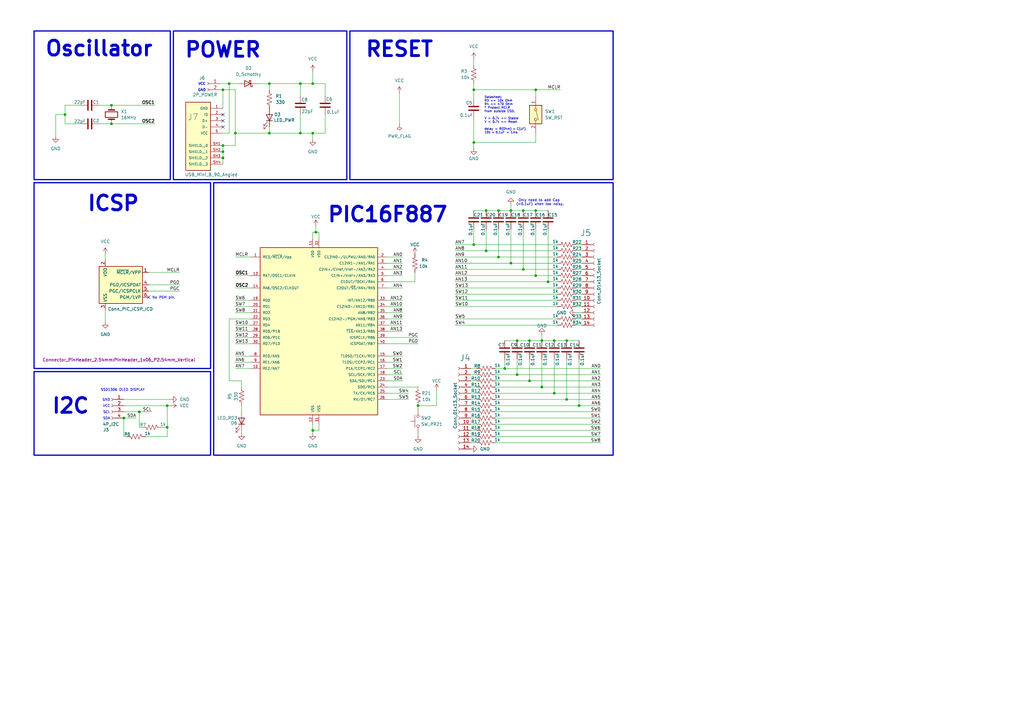
<source format=kicad_sch>
(kicad_sch (version 20250114) (generator "eeschema") (generator_version "9.0")
  (paper "A3")
  (rectangle (start 13.97 152.4) (end 86.36 186.69) (stroke (width 0.5)))
  (rectangle (start 87.63 74.93) (end 251.46 186.69) (stroke (width 0.5)))
  (rectangle (start 143.51 12.7) (end 251.46 73.66) (stroke (width 0.5)))
  (rectangle (start 13.97 74.93) (end 86.36 151.13) (stroke (width 0.5)))
  (rectangle (start 13.97 12.7) (end 69.85 73.66) (stroke (width 0.5)))
  (rectangle (start 71.12 12.7) (end 142.24 73.66) (stroke (width 0.5)))
  (text "Only need to add Cap \n(<0.1uF) when too noisy." (at 221.488 83.058 0) (effects (font (size 1 1))))
  (text "RESET" (at 163.83 20.32 0) (effects (font (size 6 6) (bold yes))))
  (text "POWER" (at 91.44 20.574 0) (effects (font (size 6 6) (bold yes))))
  (text "ICSP" (at 46.482 83.566 0) (effects (font (size 6 6) (bold yes))))
  (text "VCC" (at 82.804 34.544 0) (effects (font (size 1.016 1.016) (thickness 0.2032) (bold yes))))
  (text "SDA" (at 45.212 171.704 0) (effects (font (size 1 1)) (justify right)))
  (text "GND" (at 45.212 164.084 0) (effects (font (size 1 1)) (justify right)))
  (text "I2C" (at 28.956 166.624 0) (effects (font (size 6 6) (bold yes))))
  (text "Datasheet:\nR3 <= 10k Ohm\nR4 <= 470 Ohm\n* Protect MCLR\nfrom outside ESD.\n\nV > 0.7v => Stable\nV < 0.7v => Reset\n\ndelay = R(Ohm) x C(uF)\n10k x 0.1uF = 1ms" (at 198.628 47.244 0) (effects (font (size 0.9 0.9)) (justify left)))
  (text "SCL" (at 45.212 169.164 0) (effects (font (size 1 1)) (justify right)))
  (text "SSD1306 OLED DISPLAY" (at 59.436 160.02 0) (effects (font (size 1 1)) (justify right)))
  (text "VCC" (at 45.212 166.624 0) (effects (font (size 1 1)) (justify right)))
  (text "Oscillator" (at 40.64 20.066 0) (effects (font (size 6 6) (bold yes))))
  (text " No PGM pin." (at 66.802 122.174 0) (effects (font (size 1 1))))
  (text "GND" (at 82.804 37.084 0) (effects (font (size 1.016 1.016) (thickness 0.2032) (bold yes))))
  (text "PIC16F887" (at 159.004 88.138 0) (effects (font (size 6 6) (bold yes))))
  (junction (at 194.31 36.83))
  (junction (at 57.15 168.91))
  (junction (at 96.52 54.61))
  (junction (at 123.19 34.29))
  (junction (at 26.67 46.99))
  (junction (at 232.41 163.83))
  (junction (at 217.17 139.7))
  (junction (at 110.49 34.29))
  (junction (at 91.44 64.77))
  (junction (at 93.98 34.29))
  (junction (at 222.25 139.7))
  (junction (at 212.09 153.67))
  (junction (at 128.27 176.53))
  (junction (at 222.25 158.75))
  (junction (at 227.33 161.29))
  (junction (at 219.71 86.36))
  (junction (at 68.58 166.37))
  (junction (at 50.8 171.45))
  (junction (at 214.63 86.36))
  (junction (at 45.72 43.18))
  (junction (at 227.33 139.7))
  (junction (at 45.72 50.8))
  (junction (at 217.17 156.21))
  (junction (at 214.63 110.49))
  (junction (at 129.54 95.25))
  (junction (at 123.19 54.61))
  (junction (at 199.39 86.36))
  (junction (at 194.31 58.42))
  (junction (at 204.47 105.41))
  (junction (at 209.55 86.36))
  (junction (at 207.01 151.13))
  (junction (at 212.09 139.7))
  (junction (at 199.39 102.87))
  (junction (at 110.49 54.61))
  (junction (at 204.47 86.36))
  (junction (at 237.49 166.37))
  (junction (at 171.45 166.37))
  (junction (at 128.27 34.29))
  (junction (at 91.44 59.69))
  (junction (at 209.55 107.95))
  (junction (at 91.44 62.23))
  (junction (at 194.31 100.33))
  (junction (at 91.44 36.83))
  (junction (at 219.71 36.83))
  (junction (at 128.27 54.61))
  (junction (at 232.41 139.7))
  (junction (at 219.71 113.03))
  (junction (at 68.58 175.26))
  (junction (at 224.79 115.57))
  (no_connect (at 91.44 46.99))
  (no_connect (at 91.44 52.07))
  (no_connect (at 60.96 121.92))
  (no_connect (at 91.44 49.53))
  (wire (pts (xy 26.67 43.18) (xy 33.02 43.18)))
  (wire (pts (xy 186.69 118.11) (xy 228.6 118.11)))
  (wire (pts (xy 236.22 115.57) (xy 238.76 115.57)))
  (wire (pts (xy 96.52 118.11) (xy 102.87 118.11)))
  (wire (pts (xy 194.31 58.42) (xy 219.71 58.42)))
  (wire (pts (xy 194.31 36.83) (xy 219.71 36.83)))
  (wire (pts (xy 165.1 156.21) (xy 158.75 156.21)))
  (wire (pts (xy 158.75 158.75) (xy 171.45 158.75)))
  (wire (pts (xy 219.71 93.98) (xy 219.71 113.03)))
  (wire (pts (xy 194.31 60.96) (xy 194.31 58.42)))
  (wire (pts (xy 212.09 139.7) (xy 217.17 139.7)))
  (wire (pts (xy 165.1 105.41) (xy 158.75 105.41)))
  (wire (pts (xy 193.04 151.13) (xy 195.58 151.13)))
  (wire (pts (xy 193.04 181.61) (xy 195.58 181.61)))
  (wire (pts (xy 236.22 130.81) (xy 238.76 130.81)))
  (wire (pts (xy 68.58 175.26) (xy 68.58 166.37)))
  (wire (pts (xy 129.54 92.71) (xy 129.54 95.25)))
  (wire (pts (xy 227.33 139.7) (xy 232.41 139.7)))
  (wire (pts (xy 236.22 133.35) (xy 238.76 133.35)))
  (wire (pts (xy 128.27 54.61) (xy 133.35 54.61)))
  (wire (pts (xy 59.69 179.07) (xy 68.58 179.07)))
  (wire (pts (xy 130.81 176.53) (xy 130.81 173.99)))
  (wire (pts (xy 110.49 54.61) (xy 123.19 54.61)))
  (wire (pts (xy 91.44 36.83) (xy 91.44 44.45)))
  (wire (pts (xy 193.04 173.99) (xy 195.58 173.99)))
  (wire (pts (xy 90.17 34.29) (xy 93.98 34.29)))
  (wire (pts (xy 96.52 59.69) (xy 96.52 54.61)))
  (wire (pts (xy 219.71 39.37) (xy 219.71 36.83)))
  (wire (pts (xy 60.96 116.84) (xy 73.66 116.84)))
  (wire (pts (xy 186.69 133.35) (xy 228.6 133.35)))
  (wire (pts (xy 93.98 130.81) (xy 93.98 156.21)))
  (wire (pts (xy 193.04 171.45) (xy 195.58 171.45)))
  (wire (pts (xy 105.41 34.29) (xy 110.49 34.29)))
  (wire (pts (xy 26.67 43.18) (xy 26.67 46.99)))
  (wire (pts (xy 165.1 110.49) (xy 158.75 110.49)))
  (wire (pts (xy 165.1 123.19) (xy 158.75 123.19)))
  (wire (pts (xy 207.01 151.13) (xy 246.38 151.13)))
  (wire (pts (xy 165.1 153.67) (xy 158.75 153.67)))
  (wire (pts (xy 96.52 125.73) (xy 102.87 125.73)))
  (wire (pts (xy 22.86 46.99) (xy 26.67 46.99)))
  (wire (pts (xy 222.25 137.16) (xy 222.25 139.7)))
  (wire (pts (xy 128.27 34.29) (xy 133.35 34.29)))
  (wire (pts (xy 165.1 125.73) (xy 158.75 125.73)))
  (wire (pts (xy 128.27 57.15) (xy 128.27 54.61)))
  (wire (pts (xy 99.06 156.21) (xy 99.06 158.75)))
  (wire (pts (xy 50.8 179.07) (xy 50.8 171.45)))
  (wire (pts (xy 227.33 147.32) (xy 227.33 161.29)))
  (wire (pts (xy 130.81 97.79) (xy 130.81 95.25)))
  (wire (pts (xy 60.96 111.76) (xy 73.66 111.76)))
  (wire (pts (xy 123.19 54.61) (xy 128.27 54.61)))
  (wire (pts (xy 237.49 147.32) (xy 237.49 166.37)))
  (wire (pts (xy 158.75 138.43) (xy 171.45 138.43)))
  (wire (pts (xy 96.52 148.59) (xy 102.87 148.59)))
  (wire (pts (xy 165.1 133.35) (xy 158.75 133.35)))
  (wire (pts (xy 128.27 95.25) (xy 129.54 95.25)))
  (wire (pts (xy 199.39 93.98) (xy 199.39 102.87)))
  (wire (pts (xy 170.18 115.57) (xy 170.18 111.76)))
  (wire (pts (xy 45.72 43.18) (xy 63.5 43.18)))
  (wire (pts (xy 40.64 50.8) (xy 45.72 50.8)))
  (wire (pts (xy 212.09 147.32) (xy 212.09 153.67)))
  (wire (pts (xy 99.06 176.53) (xy 99.06 177.8)))
  (wire (pts (xy 224.79 93.98) (xy 224.79 115.57)))
  (wire (pts (xy 236.22 100.33) (xy 238.76 100.33)))
  (wire (pts (xy 232.41 139.7) (xy 237.49 139.7)))
  (wire (pts (xy 69.85 163.83) (xy 50.8 163.83)))
  (wire (pts (xy 186.69 130.81) (xy 228.6 130.81)))
  (wire (pts (xy 227.33 161.29) (xy 246.38 161.29)))
  (wire (pts (xy 186.69 125.73) (xy 228.6 125.73)))
  (wire (pts (xy 57.15 168.91) (xy 62.23 168.91)))
  (wire (pts (xy 186.69 105.41) (xy 204.47 105.41)))
  (wire (pts (xy 222.25 158.75) (xy 246.38 158.75)))
  (wire (pts (xy 123.19 46.99) (xy 123.19 54.61)))
  (wire (pts (xy 50.8 171.45) (xy 55.88 171.45)))
  (wire (pts (xy 133.35 46.99) (xy 133.35 54.61)))
  (wire (pts (xy 203.2 179.07) (xy 246.38 179.07)))
  (wire (pts (xy 158.75 115.57) (xy 170.18 115.57)))
  (wire (pts (xy 43.18 127) (xy 43.18 132.08)))
  (wire (pts (xy 158.75 140.97) (xy 171.45 140.97)))
  (wire (pts (xy 165.1 130.81) (xy 158.75 130.81)))
  (wire (pts (xy 96.52 151.13) (xy 102.87 151.13)))
  (wire (pts (xy 193.04 158.75) (xy 195.58 158.75)))
  (wire (pts (xy 217.17 156.21) (xy 246.38 156.21)))
  (wire (pts (xy 171.45 166.37) (xy 171.45 167.64)))
  (wire (pts (xy 217.17 147.32) (xy 217.17 156.21)))
  (wire (pts (xy 128.27 29.21) (xy 128.27 34.29)))
  (wire (pts (xy 96.52 36.83) (xy 96.52 54.61)))
  (wire (pts (xy 96.52 54.61) (xy 110.49 54.61)))
  (wire (pts (xy 129.54 95.25) (xy 130.81 95.25)))
  (wire (pts (xy 236.22 105.41) (xy 238.76 105.41)))
  (wire (pts (xy 193.04 163.83) (xy 195.58 163.83)))
  (wire (pts (xy 91.44 36.83) (xy 90.17 36.83)))
  (wire (pts (xy 217.17 139.7) (xy 222.25 139.7)))
  (wire (pts (xy 96.52 36.83) (xy 91.44 36.83)))
  (wire (pts (xy 69.85 166.37) (xy 68.58 166.37)))
  (wire (pts (xy 128.27 176.53) (xy 128.27 177.8)))
  (wire (pts (xy 204.47 93.98) (xy 204.47 105.41)))
  (wire (pts (xy 165.1 146.05) (xy 158.75 146.05)))
  (wire (pts (xy 193.04 166.37) (xy 195.58 166.37)))
  (wire (pts (xy 203.2 158.75) (xy 222.25 158.75)))
  (wire (pts (xy 219.71 86.36) (xy 214.63 86.36)))
  (wire (pts (xy 194.31 93.98) (xy 194.31 100.33)))
  (wire (pts (xy 193.04 161.29) (xy 195.58 161.29)))
  (wire (pts (xy 165.1 118.11) (xy 158.75 118.11)))
  (wire (pts (xy 214.63 110.49) (xy 228.6 110.49)))
  (wire (pts (xy 93.98 54.61) (xy 93.98 34.29)))
  (wire (pts (xy 199.39 102.87) (xy 228.6 102.87)))
  (wire (pts (xy 209.55 83.82) (xy 209.55 86.36)))
  (wire (pts (xy 203.2 153.67) (xy 212.09 153.67)))
  (wire (pts (xy 236.22 102.87) (xy 238.76 102.87)))
  (wire (pts (xy 93.98 156.21) (xy 99.06 156.21)))
  (wire (pts (xy 219.71 54.61) (xy 219.71 58.42)))
  (wire (pts (xy 40.64 43.18) (xy 45.72 43.18)))
  (wire (pts (xy 128.27 173.99) (xy 128.27 176.53)))
  (wire (pts (xy 96.52 105.41) (xy 102.87 105.41)))
  (wire (pts (xy 60.96 119.38) (xy 73.66 119.38)))
  (wire (pts (xy 167.64 161.29) (xy 158.75 161.29)))
  (wire (pts (xy 186.69 102.87) (xy 199.39 102.87)))
  (wire (pts (xy 207.01 139.7) (xy 212.09 139.7)))
  (wire (pts (xy 193.04 153.67) (xy 195.58 153.67)))
  (wire (pts (xy 26.67 46.99) (xy 26.67 50.8)))
  (wire (pts (xy 203.2 171.45) (xy 246.38 171.45)))
  (wire (pts (xy 110.49 36.83) (xy 110.49 34.29)))
  (wire (pts (xy 214.63 86.36) (xy 209.55 86.36)))
  (wire (pts (xy 66.04 175.26) (xy 68.58 175.26)))
  (wire (pts (xy 222.25 139.7) (xy 227.33 139.7)))
  (wire (pts (xy 91.44 62.23) (xy 91.44 64.77)))
  (wire (pts (xy 45.72 50.8) (xy 63.5 50.8)))
  (wire (pts (xy 22.86 46.99) (xy 22.86 55.88)))
  (wire (pts (xy 237.49 166.37) (xy 246.38 166.37)))
  (wire (pts (xy 236.22 107.95) (xy 238.76 107.95)))
  (wire (pts (xy 96.52 123.19) (xy 102.87 123.19)))
  (wire (pts (xy 232.41 147.32) (xy 232.41 163.83)))
  (wire (pts (xy 203.2 151.13) (xy 207.01 151.13)))
  (wire (pts (xy 96.52 133.35) (xy 102.87 133.35)))
  (wire (pts (xy 193.04 168.91) (xy 195.58 168.91)))
  (wire (pts (xy 186.69 123.19) (xy 228.6 123.19)))
  (wire (pts (xy 96.52 135.89) (xy 102.87 135.89)))
  (wire (pts (xy 186.69 120.65) (xy 228.6 120.65)))
  (wire (pts (xy 224.79 86.36) (xy 219.71 86.36)))
  (wire (pts (xy 96.52 138.43) (xy 102.87 138.43)))
  (wire (pts (xy 91.44 64.77) (xy 91.44 67.31)))
  (wire (pts (xy 171.45 177.8) (xy 171.45 179.07)))
  (wire (pts (xy 167.64 163.83) (xy 158.75 163.83)))
  (wire (pts (xy 222.25 147.32) (xy 222.25 158.75)))
  (wire (pts (xy 123.19 34.29) (xy 123.19 39.37)))
  (wire (pts (xy 128.27 176.53) (xy 130.81 176.53)))
  (wire (pts (xy 57.15 168.91) (xy 57.15 175.26)))
  (wire (pts (xy 186.69 107.95) (xy 209.55 107.95)))
  (wire (pts (xy 194.31 36.83) (xy 194.31 40.64)))
  (wire (pts (xy 186.69 100.33) (xy 194.31 100.33)))
  (wire (pts (xy 209.55 93.98) (xy 209.55 107.95)))
  (wire (pts (xy 96.52 113.03) (xy 102.87 113.03)))
  (wire (pts (xy 199.39 86.36) (xy 194.31 86.36)))
  (wire (pts (xy 110.49 52.07) (xy 110.49 54.61)))
  (wire (pts (xy 203.2 176.53) (xy 246.38 176.53)))
  (wire (pts (xy 91.44 59.69) (xy 96.52 59.69)))
  (wire (pts (xy 236.22 128.27) (xy 238.76 128.27)))
  (wire (pts (xy 236.22 110.49) (xy 238.76 110.49)))
  (wire (pts (xy 50.8 168.91) (xy 57.15 168.91)))
  (wire (pts (xy 204.47 105.41) (xy 228.6 105.41)))
  (wire (pts (xy 224.79 115.57) (xy 228.6 115.57)))
  (wire (pts (xy 165.1 135.89) (xy 158.75 135.89)))
  (wire (pts (xy 43.18 104.14) (xy 43.18 106.68)))
  (wire (pts (xy 236.22 118.11) (xy 238.76 118.11)))
  (wire (pts (xy 165.1 128.27) (xy 158.75 128.27)))
  (wire (pts (xy 99.06 166.37) (xy 99.06 168.91)))
  (wire (pts (xy 26.67 50.8) (xy 33.02 50.8)))
  (wire (pts (xy 204.47 86.36) (xy 199.39 86.36)))
  (wire (pts (xy 203.2 166.37) (xy 237.49 166.37)))
  (wire (pts (xy 128.27 95.25) (xy 128.27 97.79)))
  (wire (pts (xy 194.31 100.33) (xy 228.6 100.33)))
  (wire (pts (xy 110.49 34.29) (xy 123.19 34.29)))
  (wire (pts (xy 96.52 128.27) (xy 102.87 128.27)))
  (wire (pts (xy 93.98 130.81) (xy 102.87 130.81)))
  (wire (pts (xy 203.2 173.99) (xy 246.38 173.99)))
  (wire (pts (xy 179.07 166.37) (xy 171.45 166.37)))
  (wire (pts (xy 214.63 93.98) (xy 214.63 110.49)))
  (wire (pts (xy 212.09 153.67) (xy 246.38 153.67)))
  (wire (pts (xy 232.41 163.83) (xy 246.38 163.83)))
  (wire (pts (xy 165.1 148.59) (xy 158.75 148.59)))
  (wire (pts (xy 96.52 146.05) (xy 102.87 146.05)))
  (wire (pts (xy 50.8 166.37) (xy 68.58 166.37)))
  (wire (pts (xy 91.44 59.69) (xy 91.44 62.23)))
  (wire (pts (xy 203.2 163.83) (xy 232.41 163.83)))
  (wire (pts (xy 193.04 179.07) (xy 195.58 179.07)))
  (wire (pts (xy 236.22 120.65) (xy 238.76 120.65)))
  (wire (pts (xy 236.22 123.19) (xy 238.76 123.19)))
  (wire (pts (xy 219.71 113.03) (xy 228.6 113.03)))
  (wire (pts (xy 123.19 34.29) (xy 128.27 34.29)))
  (wire (pts (xy 194.31 58.42) (xy 194.31 48.26)))
  (wire (pts (xy 209.55 86.36) (xy 204.47 86.36)))
  (wire (pts (xy 96.52 140.97) (xy 102.87 140.97)))
  (wire (pts (xy 203.2 156.21) (xy 217.17 156.21)))
  (wire (pts (xy 186.69 115.57) (xy 224.79 115.57)))
  (wire (pts (xy 179.07 160.02) (xy 179.07 166.37)))
  (wire (pts (xy 236.22 113.03) (xy 238.76 113.03)))
  (wire (pts (xy 165.1 113.03) (xy 158.75 113.03)))
  (wire (pts (xy 186.69 110.49) (xy 214.63 110.49)))
  (wire (pts (xy 203.2 161.29) (xy 227.33 161.29)))
  (wire (pts (xy 219.71 36.83) (xy 229.87 36.83)))
  (wire (pts (xy 203.2 181.61) (xy 246.38 181.61)))
  (wire (pts (xy 57.15 175.26) (xy 58.42 175.26)))
  (wire (pts (xy 209.55 107.95) (xy 228.6 107.95)))
  (wire (pts (xy 91.44 54.61) (xy 93.98 54.61)))
  (wire (pts (xy 165.1 107.95) (xy 158.75 107.95)))
  (wire (pts (xy 186.69 113.03) (xy 219.71 113.03)))
  (wire (pts (xy 236.22 125.73) (xy 238.76 125.73)))
  (wire (pts (xy 165.1 151.13) (xy 158.75 151.13)))
  (wire (pts (xy 203.2 168.91) (xy 246.38 168.91)))
  (wire (pts (xy 193.04 176.53) (xy 195.58 176.53)))
  (wire (pts (xy 93.98 34.29) (xy 97.79 34.29)))
  (wire (pts (xy 163.83 38.1) (xy 163.83 50.8)))
  (wire (pts (xy 194.31 34.29) (xy 194.31 36.83)))
  (wire (pts (xy 207.01 147.32) (xy 207.01 151.13)))
  (wire (pts (xy 194.31 24.13) (xy 194.31 26.67)))
  (wire (pts (xy 52.07 179.07) (xy 50.8 179.07)))
  (wire (pts (xy 133.35 34.29) (xy 133.35 39.37)))
  (wire (pts (xy 68.58 179.07) (xy 68.58 175.26)))
  (wire (pts (xy 193.04 156.21) (xy 195.58 156.21)))
  (label "AN13" (at 165.1 135.89 180))
  (label "AN10" (at 186.69 107.95 0))
  (label "MCLR" (at 73.66 111.76 180))
  (label "SW10" (at 186.69 125.73 0))
  (label "PGC" (at 73.66 119.38 180))
  (label "SW5" (at 186.69 130.81 0))
  (label "OSC2" (at 96.52 118.11 0) (effects (font (bold yes))))
  (label "AN2" (at 246.38 156.21 180))
  (label "SDA" (at 55.88 171.45 180))
  (label "OSC2" (at 63.5 50.8 180) (effects (font (bold yes))))
  (label "AN4" (at 165.1 118.11 180))
  (label "AN1" (at 165.1 107.95 180))
  (label "SDA" (at 165.1 156.21 180))
  (label "AN0" (at 246.38 151.13 180))
  (label "SW12" (at 96.52 138.43 0))
  (label "AN6" (at 246.38 166.37 180))
  (label "SW2" (at 165.1 151.13 180))
  (label "SW6" (at 246.38 176.53 180))
  (label "MCLR" (at 96.52 105.41 0))
  (label "SW10" (at 96.52 133.35 0))
  (label "AN2" (at 165.1 110.49 180))
  (label "AN3" (at 165.1 113.03 180))
  (label "AN1" (at 246.38 153.67 180))
  (label "AN11" (at 165.1 133.35 180))
  (label "SW8" (at 246.38 181.61 180))
  (label "AN0" (at 165.1 105.41 180))
  (label "AN6" (at 96.52 148.59 0))
  (label "AN12" (at 165.1 123.19 180))
  (label "SCL" (at 62.23 168.91 180))
  (label "SW4" (at 167.64 161.29 180))
  (label "AN4" (at 246.38 161.29 180))
  (label "AN5" (at 96.52 146.05 0))
  (label "SW13" (at 186.69 118.11 0))
  (label "SCL" (at 165.1 153.67 180))
  (label "OSC1" (at 63.5 43.18 180) (effects (font (bold yes))))
  (label "SW7" (at 96.52 125.73 0))
  (label "SW1" (at 246.38 171.45 180))
  (label "SW12" (at 186.69 120.65 0))
  (label "PGD" (at 73.66 116.84 180))
  (label "AN9" (at 186.69 105.41 0))
  (label "SW11" (at 186.69 123.19 0))
  (label "SW6" (at 96.52 123.19 0))
  (label "AN7" (at 96.52 151.13 0))
  (label "AN7" (at 186.69 100.33 0))
  (label "PGC" (at 171.45 138.43 180))
  (label "SW13" (at 96.52 140.97 0))
  (label "OSC1" (at 96.52 113.03 0) (effects (font (bold yes))))
  (label "SW0" (at 246.38 168.91 180))
  (label "SW1" (at 165.1 148.59 180))
  (label "MCLR" (at 229.87 36.83 180))
  (label "SW4" (at 186.69 133.35 0))
  (label "AN10" (at 165.1 125.73 180))
  (label "SW2" (at 246.38 173.99 180))
  (label "AN8" (at 186.69 102.87 0))
  (label "AN13" (at 186.69 115.57 0))
  (label "AN8" (at 165.1 128.27 180))
  (label "PGD" (at 171.45 140.97 180))
  (label "SW11" (at 96.52 135.89 0))
  (label "SW8" (at 96.52 128.27 0))
  (label "SW5" (at 167.64 163.83 180))
  (label "AN12" (at 186.69 113.03 0))
  (label "AN11" (at 186.69 110.49 0))
  (label "SW7" (at 246.38 179.07 180))
  (label "AN9" (at 165.1 130.81 180))
  (label "AN5" (at 246.38 163.83 180))
  (label "SW0" (at 165.1 146.05 180))
  (label "AN3" (at 246.38 158.75 180))
  (symbol (lib_id "Device:LED") (at 110.49 48.26 270) (mirror x) (unit 1)
    (property "Reference" "D3" (at 113.792 46.99 90))
    (property "Value" "LED_PWR" (at 116.586 49.276 90))
    (property "Footprint" "LED_THT:LED_D3.0mm_FlatTop" (effects (hide yes)))
    (property "Description" "Light emitting diode" (effects (hide yes)))
    (property "Sim.Pins" "1=K 2=A" (effects (hide yes)))
  )
  (symbol (lib_id "power:VCC") (at 69.85 166.37 270) (unit 1)
    (property "Reference" "#PWR016" (effects (hide yes)))
    (property "Value" "VCC" (at 73.66 166.3699 90) (effects (justify left)))
    (property "Description" "Power symbol creates a global label with name \"VCC\"" (effects (hide yes)))
  )
  (symbol (lib_id "Device:C") (at 133.35 43.18 180) (unit 1)
    (property "Reference" "C6" (at 136.398 40.64 0) (effects (justify left)))
    (property "Value" "0.1uF" (at 139.446 45.974 0) (effects (justify left)))
    (property "Footprint" "Capacitor_THT:C_Disc_D3.0mm_W1.6mm_P2.50mm" (effects (hide yes)))
    (property "Description" "Unpolarized capacitor" (effects (hide yes)))
  )
  (symbol (lib_id "power:GND") (at 69.85 163.83 90) (unit 1)
    (property "Reference" "#PWR011" (effects (hide yes)))
    (property "Value" "GND" (at 73.66 163.8299 90) (effects (justify right)))
    (property "Description" "Power symbol creates a global label with name \"GND\" , ground" (effects (hide yes)))
  )
  (symbol (lib_id "Device:R_US") (at 199.39 156.21 90) (mirror x) (unit 1)
    (property "Reference" "R10" (at 197.104 155.194 90) (effects (justify left)))
    (property "Value" "1k" (at 205.232 154.94 90) (effects (justify left)))
    (property "Footprint" "Resistor_THT:R_Axial_DIN0204_L3.6mm_D1.6mm_P5.08mm_Horizontal" (effects (hide yes)))
    (property "Description" "Resistor, US symbol" (effects (hide yes)))
  )
  (symbol (lib_id "Device:R_US") (at 199.39 179.07 90) (mirror x) (unit 1)
    (property "Reference" "R19" (at 197.104 178.054 90) (effects (justify left)))
    (property "Value" "1k" (at 205.232 177.8 90) (effects (justify left)))
    (property "Footprint" "Resistor_THT:R_Axial_DIN0204_L3.6mm_D1.6mm_P5.08mm_Horizontal" (effects (hide yes)))
    (property "Description" "Resistor, US symbol" (effects (hide yes)))
  )
  (symbol (lib_id "Device:R_US") (at 194.31 30.48 0) (unit 1)
    (property "Reference" "R3" (at 188.976 29.21 0) (effects (justify left)))
    (property "Value" "10k" (at 188.976 31.75 0) (effects (justify left)))
    (property "Footprint" "Resistor_THT:R_Axial_DIN0204_L3.6mm_D1.6mm_P5.08mm_Horizontal" (effects (hide yes)))
    (property "Description" "Resistor, US symbol" (effects (hide yes)))
  )
  (symbol (lib_id "Device:R_US") (at 232.41 115.57 270) (unit 1)
    (property "Reference" "R28" (at 234.696 114.554 90) (effects (justify left)))
    (property "Value" "1k" (at 226.568 114.3 90) (effects (justify left)))
    (property "Footprint" "Resistor_THT:R_Axial_DIN0204_L3.6mm_D1.6mm_P5.08mm_Horizontal" (effects (hide yes)))
    (property "Description" "Resistor, US symbol" (effects (hide yes)))
  )
  (symbol (lib_id "Device:R_US") (at 232.41 130.81 270) (unit 1)
    (property "Reference" "R33" (at 234.696 129.794 90) (effects (justify left)))
    (property "Value" "1k" (at 226.568 129.54 90) (effects (justify left)))
    (property "Footprint" "Resistor_THT:R_Axial_DIN0204_L3.6mm_D1.6mm_P5.08mm_Horizontal" (effects (hide yes)))
    (property "Description" "Resistor, US symbol" (effects (hide yes)))
  )
  (symbol (lib_id "Device:C") (at 207.01 143.51 180) (unit 1)
    (property "Reference" "C7" (at 207.01 141.478 0) (effects (justify left)))
    (property "Value" "0.1uF" (at 208.28 144.526 90) (effects (justify left)))
    (property "Footprint" "Capacitor_THT:C_Disc_D3.0mm_W1.6mm_P2.50mm" (effects (hide yes)))
    (property "Description" "Unpolarized capacitor" (effects (hide yes)))
  )
  (symbol (lib_id "Connector:Conn_01x04_Socket") (at 45.72 166.37 0) (mirror y) (unit 1)
    (property "Reference" "J3" (at 44.704 176.276 0) (effects (justify left)))
    (property "Value" "4P_I2C" (at 45.466 173.99 0))
    (property "Footprint" "Connector_PinSocket_2.54mm:PinSocket_1x04_P2.54mm_Vertical" (effects (hide yes)))
    (property "Description" "Generic connector, single row, 01x04, script generated" (effects (hide yes)))
  )
  (symbol (lib_id "Switch:SW_DIP_x01") (at 219.71 46.99 270) (unit 1)
    (property "Reference" "SW1" (at 223.52 45.7199 90) (effects (justify left)))
    (property "Value" "SW_RST" (at 223.52 48.2599 90) (effects (justify left)))
    (property "Footprint" "Button_Switch_THT:SW_PUSH_6mm" (effects (hide yes)))
    (property "Description" "1x DIP Switch, Single Pole Single Throw (SPST) switch, small symbol" (effects (hide yes)))
  )
  (symbol (lib_id "Device:C") (at 204.47 90.17 0) (mirror x) (unit 1)
    (property "Reference" "C19" (at 204.47 88.138 0) (effects (justify left)))
    (property "Value" "0.1uF" (at 203.2 91.186 90) (effects (justify left)))
    (property "Footprint" "Capacitor_THT:C_Disc_D3.0mm_W1.6mm_P2.50mm" (effects (hide yes)))
    (property "Description" "Unpolarized capacitor" (effects (hide yes)))
  )
  (symbol (lib_id "Device:Crystal") (at 45.72 46.99 90) (unit 1)
    (property "Reference" "X1" (at 49.53 45.7199 90) (effects (justify right)))
    (property "Value" "16MHz" (at 49.53 48.2599 90) (effects (justify right)))
    (property "Footprint" "Crystal:Crystal_HC49-4H_Vertical" (effects (hide yes)))
    (property "Description" "Two pin crystal" (effects (hide yes)))
  )
  (symbol (lib_id "Device:R_US") (at 199.39 153.67 90) (mirror x) (unit 1)
    (property "Reference" "R9" (at 197.104 152.654 90) (effects (justify left)))
    (property "Value" "1k" (at 205.232 152.4 90) (effects (justify left)))
    (property "Footprint" "Resistor_THT:R_Axial_DIN0204_L3.6mm_D1.6mm_P5.08mm_Horizontal" (effects (hide yes)))
    (property "Description" "Resistor, US symbol" (effects (hide yes)))
  )
  (symbol (lib_id "power:GND") (at 236.22 128.27 270) (unit 1)
    (property "Reference" "#PWR023" (effects (hide yes)))
    (property "Value" "GND" (at 232.41 128.2699 90) (effects (justify right)))
    (property "Description" "Power symbol creates a global label with name \"GND\" , ground" (effects (hide yes)))
  )
  (symbol (lib_id "Connector:Conn_01x14_Socket") (at 187.96 166.37 0) (mirror y) (unit 1)
    (property "Reference" "J4" (at 190.754 146.812 0) (effects (font (size 2.54 2.54))))
    (property "Value" "Conn_01x13_Socket" (at 186.69 166.37 90))
    (property "Footprint" "Connector_PinSocket_2.54mm:PinSocket_1x14_P2.54mm_Vertical" (effects (hide yes)))
    (property "Description" "Generic connector, single row, 01x14, script generated" (effects (hide yes)))
  )
  (symbol (lib_id "Device:R_US") (at 199.39 173.99 90) (mirror x) (unit 1)
    (property "Reference" "R17" (at 197.104 172.974 90) (effects (justify left)))
    (property "Value" "1k" (at 205.232 172.72 90) (effects (justify left)))
    (property "Footprint" "Resistor_THT:R_Axial_DIN0204_L3.6mm_D1.6mm_P5.08mm_Horizontal" (effects (hide yes)))
    (property "Description" "Resistor, US symbol" (effects (hide yes)))
  )
  (symbol (lib_id "Device:C") (at 237.49 143.51 180) (unit 1)
    (property "Reference" "C14" (at 237.49 141.478 0) (effects (justify left)))
    (property "Value" "0.1uF" (at 238.76 144.526 90) (effects (justify left)))
    (property "Footprint" "Capacitor_THT:C_Disc_D3.0mm_W1.6mm_P2.50mm" (effects (hide yes)))
    (property "Description" "Unpolarized capacitor" (effects (hide yes)))
  )
  (symbol (lib_id "power:GND") (at 128.27 177.8 0) (unit 1)
    (property "Reference" "#PWR013" (effects (hide yes)))
    (property "Value" "GND" (at 128.27 182.88 0))
    (property "Description" "Power symbol creates a global label with name \"GND\" , ground" (effects (hide yes)))
  )
  (symbol (lib_id "Device:R_US") (at 199.39 158.75 90) (mirror x) (unit 1)
    (property "Reference" "R11" (at 197.104 157.734 90) (effects (justify left)))
    (property "Value" "1k" (at 205.232 157.48 90) (effects (justify left)))
    (property "Footprint" "Resistor_THT:R_Axial_DIN0204_L3.6mm_D1.6mm_P5.08mm_Horizontal" (effects (hide yes)))
    (property "Description" "Resistor, US symbol" (effects (hide yes)))
  )
  (symbol (lib_id "power:VCC") (at 194.31 24.13 0) (unit 1)
    (property "Reference" "#PWR04" (effects (hide yes)))
    (property "Value" "VCC" (at 194.31 19.05 0))
    (property "Description" "Power symbol creates a global label with name \"VCC\"" (effects (hide yes)))
  )
  (symbol (lib_id "Device:R_US") (at 55.88 179.07 90) (mirror x) (unit 1)
    (property "Reference" "R6" (at 53.594 178.054 90) (effects (justify left)))
    (property "Value" "1k" (at 61.722 177.8 90) (effects (justify left)))
    (property "Footprint" "Resistor_THT:R_Axial_DIN0204_L3.6mm_D1.6mm_P5.08mm_Horizontal" (effects (hide yes)))
    (property "Description" "Resistor, US symbol" (effects (hide yes)))
  )
  (symbol (lib_id "power:GND") (at 194.31 60.96 0) (unit 1)
    (property "Reference" "#PWR05" (effects (hide yes)))
    (property "Value" "GND" (at 194.31 65.024 0))
    (property "Description" "Power symbol creates a global label with name \"GND\" , ground" (effects (hide yes)))
  )
  (symbol (lib_id "Connector:Conn_01x02_Socket") (at 85.09 34.29 0) (mirror y) (unit 1)
    (property "Reference" "J6" (at 84.074 32.004 0) (effects (justify left)))
    (property "Value" "2P_POWER" (at 84.074 38.862 0))
    (property "Footprint" "Connector_PinSocket_2.54mm:PinSocket_1x02_P2.54mm_Vertical" (effects (hide yes)))
    (property "Description" "Generic connector, single row, 01x02, script generated" (effects (hide yes)))
  )
  (symbol (lib_id "Device:R_US") (at 232.41 113.03 270) (unit 1)
    (property "Reference" "R27" (at 234.696 112.014 90) (effects (justify left)))
    (property "Value" "1k" (at 226.568 111.76 90) (effects (justify left)))
    (property "Footprint" "Resistor_THT:R_Axial_DIN0204_L3.6mm_D1.6mm_P5.08mm_Horizontal" (effects (hide yes)))
    (property "Description" "Resistor, US symbol" (effects (hide yes)))
  )
  (symbol (lib_id "power:VCC") (at 179.07 160.02 0) (mirror y) (unit 1)
    (property "Reference" "#PWR021" (effects (hide yes)))
    (property "Value" "VCC" (at 179.07 156.21 0))
    (property "Description" "Power symbol creates a global label with name \"VCC\"" (effects (hide yes)))
  )
  (symbol (lib_id "Device:R_US") (at 170.18 107.95 0) (mirror y) (unit 1)
    (property "Reference" "R4" (at 175.514 106.68 0) (effects (justify left)))
    (property "Value" "10k" (at 175.514 109.22 0) (effects (justify left)))
    (property "Footprint" "Resistor_THT:R_Axial_DIN0204_L3.6mm_D1.6mm_P5.08mm_Horizontal" (effects (hide yes)))
    (property "Description" "Resistor, US symbol" (effects (hide yes)))
  )
  (symbol (lib_id "power:GND") (at 209.55 83.82 180) (unit 1)
    (property "Reference" "#PWR017" (effects (hide yes)))
    (property "Value" "GND" (at 209.55 78.74 0))
    (property "Description" "Power symbol creates a global label with name \"GND\" , ground" (effects (hide yes)))
  )
  (symbol (lib_id "power:GND") (at 222.25 137.16 180) (unit 1)
    (property "Reference" "#PWR022" (effects (hide yes)))
    (property "Value" "GND" (at 222.25 133.604 0))
    (property "Description" "Power symbol creates a global label with name \"GND\" , ground" (effects (hide yes)))
  )
  (symbol (lib_id "power:VCC") (at 163.83 38.1 0) (mirror y) (unit 1)
    (property "Reference" "#PWR012" (effects (hide yes)))
    (property "Value" "VCC" (at 163.83 33.02 0))
    (property "Description" "Power symbol creates a global label with name \"VCC\"" (effects (hide yes)))
  )
  (symbol (lib_id "Device:C") (at 222.25 143.51 180) (unit 1)
    (property "Reference" "C11" (at 222.25 141.478 0) (effects (justify left)))
    (property "Value" "0.1uF" (at 223.52 144.526 90) (effects (justify left)))
    (property "Footprint" "Capacitor_THT:C_Disc_D3.0mm_W1.6mm_P2.50mm" (effects (hide yes)))
    (property "Description" "Unpolarized capacitor" (effects (hide yes)))
  )
  (symbol (lib_id "power:GND") (at 43.18 132.08 0) (unit 1)
    (property "Reference" "#PWR01" (effects (hide yes)))
    (property "Value" "GND" (at 43.18 137.16 0))
    (property "Description" "Power symbol creates a global label with name \"GND\" , ground" (effects (hide yes)))
  )
  (symbol (lib_id "Device:R_US") (at 171.45 162.56 0) (mirror y) (unit 1)
    (property "Reference" "R21" (at 176.784 161.29 0) (effects (justify left)))
    (property "Value" "10k" (at 176.784 163.83 0) (effects (justify left)))
    (property "Footprint" "Resistor_THT:R_Axial_DIN0204_L3.6mm_D1.6mm_P5.08mm_Horizontal" (effects (hide yes)))
    (property "Description" "Resistor, US symbol" (effects (hide yes)))
  )
  (symbol (lib_id "Device:R_US") (at 232.41 120.65 270) (unit 1)
    (property "Reference" "R30" (at 234.696 119.634 90) (effects (justify left)))
    (property "Value" "1k" (at 226.568 119.38 90) (effects (justify left)))
    (property "Footprint" "Resistor_THT:R_Axial_DIN0204_L3.6mm_D1.6mm_P5.08mm_Horizontal" (effects (hide yes)))
    (property "Description" "Resistor, US symbol" (effects (hide yes)))
  )
  (symbol (lib_id "Device:R_US") (at 110.49 40.64 0) (unit 1)
    (property "Reference" "R1" (at 113.03 39.3699 0) (effects (justify left)))
    (property "Value" "330" (at 113.03 41.9099 0) (effects (justify left)))
    (property "Footprint" "Resistor_THT:R_Axial_DIN0204_L3.6mm_D1.6mm_P5.08mm_Horizontal" (effects (hide yes)))
    (property "Description" "Resistor, US symbol" (effects (hide yes)))
  )
  (symbol (lib_id "Device:R_US") (at 232.41 102.87 270) (unit 1)
    (property "Reference" "R23" (at 234.696 101.854 90) (effects (justify left)))
    (property "Value" "1k" (at 226.568 101.6 90) (effects (justify left)))
    (property "Footprint" "Resistor_THT:R_Axial_DIN0204_L3.6mm_D1.6mm_P5.08mm_Horizontal" (effects (hide yes)))
    (property "Description" "Resistor, US symbol" (effects (hide yes)))
  )
  (symbol (lib_id "Device:C") (at 227.33 143.51 180) (unit 1)
    (property "Reference" "C12" (at 227.33 141.478 0) (effects (justify left)))
    (property "Value" "0.1uF" (at 228.6 144.526 90) (effects (justify left)))
    (property "Footprint" "Capacitor_THT:C_Disc_D3.0mm_W1.6mm_P2.50mm" (effects (hide yes)))
    (property "Description" "Unpolarized capacitor" (effects (hide yes)))
  )
  (symbol (lib_id "Device:C") (at 194.31 44.45 180) (unit 1)
    (property "Reference" "C5" (at 193.802 42.164 0) (effects (justify left)))
    (property "Value" "0.1uF" (at 194.056 47.244 0) (effects (justify left)))
    (property "Footprint" "Capacitor_THT:C_Disc_D3.0mm_W1.6mm_P2.50mm" (effects (hide yes)))
    (property "Description" "Unpolarized capacitor" (effects (hide yes)))
  )
  (symbol (lib_id "power:GND") (at 22.86 55.88 0) (unit 1)
    (property "Reference" "#PWR07" (effects (hide yes)))
    (property "Value" "GND" (at 22.86 60.96 0))
    (property "Description" "Power symbol creates a global label with name \"GND\" , ground" (effects (hide yes)))
  )
  (symbol (lib_id "Device:R_US") (at 232.41 100.33 270) (unit 1)
    (property "Reference" "R22" (at 234.696 99.314 90) (effects (justify left)))
    (property "Value" "1k" (at 226.568 99.06 90) (effects (justify left)))
    (property "Footprint" "Resistor_THT:R_Axial_DIN0204_L3.6mm_D1.6mm_P5.08mm_Horizontal" (effects (hide yes)))
    (property "Description" "Resistor, US symbol" (effects (hide yes)))
  )
  (symbol (lib_id "power:GND") (at 128.27 57.15 0) (unit 1)
    (property "Reference" "#PWR06" (effects (hide yes)))
    (property "Value" "GND" (at 128.27 62.23 0))
    (property "Description" "Power symbol creates a global label with name \"GND\" , ground" (effects (hide yes)))
  )
  (symbol (lib_id "Device:C") (at 212.09 143.51 180) (unit 1)
    (property "Reference" "C9" (at 212.09 141.478 0) (effects (justify left)))
    (property "Value" "0.1uF" (at 213.36 144.526 90) (effects (justify left)))
    (property "Footprint" "Capacitor_THT:C_Disc_D3.0mm_W1.6mm_P2.50mm" (effects (hide yes)))
    (property "Description" "Unpolarized capacitor" (effects (hide yes)))
  )
  (symbol (lib_id "Device:LED") (at 99.06 172.72 270) (mirror x) (unit 1)
    (property "Reference" "D6" (at 96.012 173.482 90))
    (property "Value" "LED_RD3" (at 93.218 171.45 90))
    (property "Footprint" "LED_THT:LED_D3.0mm_FlatTop" (effects (hide yes)))
    (property "Description" "Light emitting diode" (effects (hide yes)))
    (property "Sim.Pins" "1=K 2=A" (effects (hide yes)))
  )
  (symbol (lib_id "Device:R_US") (at 62.23 175.26 90) (mirror x) (unit 1)
    (property "Reference" "R7" (at 59.944 174.244 90) (effects (justify left)))
    (property "Value" "1k" (at 68.072 173.99 90) (effects (justify left)))
    (property "Footprint" "Resistor_THT:R_Axial_DIN0204_L3.6mm_D1.6mm_P5.08mm_Horizontal" (effects (hide yes)))
    (property "Description" "Resistor, US symbol" (effects (hide yes)))
  )
  (symbol (lib_id "Device:C") (at 232.41 143.51 180) (unit 1)
    (property "Reference" "C13" (at 232.41 141.478 0) (effects (justify left)))
    (property "Value" "0.1uF" (at 233.68 144.526 90) (effects (justify left)))
    (property "Footprint" "Capacitor_THT:C_Disc_D3.0mm_W1.6mm_P2.50mm" (effects (hide yes)))
    (property "Description" "Unpolarized capacitor" (effects (hide yes)))
  )
  (symbol (lib_id "Device:R_US") (at 232.41 123.19 270) (unit 1)
    (property "Reference" "R31" (at 234.696 122.174 90) (effects (justify left)))
    (property "Value" "1k" (at 226.568 121.92 90) (effects (justify left)))
    (property "Footprint" "Resistor_THT:R_Axial_DIN0204_L3.6mm_D1.6mm_P5.08mm_Horizontal" (effects (hide yes)))
    (property "Description" "Resistor, US symbol" (effects (hide yes)))
  )
  (symbol (lib_id "Device:C") (at 209.55 90.17 0) (mirror x) (unit 1)
    (property "Reference" "C18" (at 209.55 88.138 0) (effects (justify left)))
    (property "Value" "0.1uF" (at 208.28 91.186 90) (effects (justify left)))
    (property "Footprint" "Capacitor_THT:C_Disc_D3.0mm_W1.6mm_P2.50mm" (effects (hide yes)))
    (property "Description" "Unpolarized capacitor" (effects (hide yes)))
  )
  (symbol (lib_id "power:PWR_FLAG") (at 163.83 50.8 0) (mirror x) (unit 1)
    (property "Reference" "#FLG02" (effects (hide yes)))
    (property "Value" "PWR_FLAG" (at 163.83 55.88 0))
    (property "Description" "Special symbol for telling ERC where power comes from" (effects (hide yes)))
  )
  (symbol (lib_id "Device:R_US") (at 199.39 181.61 90) (mirror x) (unit 1)
    (property "Reference" "R20" (at 197.104 180.594 90) (effects (justify left)))
    (property "Value" "1k" (at 205.232 180.34 90) (effects (justify left)))
    (property "Footprint" "Resistor_THT:R_Axial_DIN0204_L3.6mm_D1.6mm_P5.08mm_Horizontal" (effects (hide yes)))
    (property "Description" "Resistor, US symbol" (effects (hide yes)))
  )
  (symbol (lib_id "Device:R_US") (at 232.41 105.41 270) (unit 1)
    (property "Reference" "R24" (at 234.696 104.394 90) (effects (justify left)))
    (property "Value" "1k" (at 226.568 104.14 90) (effects (justify left)))
    (property "Footprint" "Resistor_THT:R_Axial_DIN0204_L3.6mm_D1.6mm_P5.08mm_Horizontal" (effects (hide yes)))
    (property "Description" "Resistor, US symbol" (effects (hide yes)))
  )
  (symbol (lib_id "Device:R_US") (at 199.39 163.83 90) (mirror x) (unit 1)
    (property "Reference" "R13" (at 197.104 162.814 90) (effects (justify left)))
    (property "Value" "1k" (at 205.232 162.56 90) (effects (justify left)))
    (property "Footprint" "Resistor_THT:R_Axial_DIN0204_L3.6mm_D1.6mm_P5.08mm_Horizontal" (effects (hide yes)))
    (property "Description" "Resistor, US symbol" (effects (hide yes)))
  )
  (symbol (lib_id "Device:R_US") (at 199.39 176.53 90) (mirror x) (unit 1)
    (property "Reference" "R18" (at 197.104 175.514 90) (effects (justify left)))
    (property "Value" "1k" (at 205.232 175.26 90) (effects (justify left)))
    (property "Footprint" "Resistor_THT:R_Axial_DIN0204_L3.6mm_D1.6mm_P5.08mm_Horizontal" (effects (hide yes)))
    (property "Description" "Resistor, US symbol" (effects (hide yes)))
  )
  (symbol (lib_id "power:VCC") (at 170.18 104.14 0) (unit 1)
    (property "Reference" "#PWR019" (effects (hide yes)))
    (property "Value" "VCC" (at 170.18 100.33 0))
    (property "Description" "Power symbol creates a global label with name \"VCC\"" (effects (hide yes)))
  )
  (symbol (lib_id "Device:R_US") (at 199.39 171.45 90) (mirror x) (unit 1)
    (property "Reference" "R16" (at 197.104 170.434 90) (effects (justify left)))
    (property "Value" "1k" (at 205.232 170.18 90) (effects (justify left)))
    (property "Footprint" "Resistor_THT:R_Axial_DIN0204_L3.6mm_D1.6mm_P5.08mm_Horizontal" (effects (hide yes)))
    (property "Description" "Resistor, US symbol" (effects (hide yes)))
  )
  (symbol (lib_id "Device:R_US") (at 232.41 118.11 270) (unit 1)
    (property "Reference" "R29" (at 234.696 117.094 90) (effects (justify left)))
    (property "Value" "1k" (at 226.568 116.84 90) (effects (justify left)))
    (property "Footprint" "Resistor_THT:R_Axial_DIN0204_L3.6mm_D1.6mm_P5.08mm_Horizontal" (effects (hide yes)))
    (property "Description" "Resistor, US symbol" (effects (hide yes)))
  )
  (symbol (lib_id "Connector:Conn_01x14_Socket") (at 243.84 115.57 0) (unit 1)
    (property "Reference" "J5" (at 240.284 95.504 0) (effects (font (size 2.54 2.54))))
    (property "Value" "Conn_01x13_Socket" (at 245.618 115.316 90))
    (property "Footprint" "Connector_PinSocket_2.54mm:PinSocket_1x14_P2.54mm_Vertical" (effects (hide yes)))
    (property "Description" "Generic connector, single row, 01x14, script generated" (effects (hide yes)))
  )
  (symbol (lib_id "power:GND") (at 193.04 184.15 90) (unit 1)
    (property "Reference" "#PWR024" (effects (hide yes)))
    (property "Value" "GND" (at 196.85 184.1499 90) (effects (justify right)))
    (property "Description" "Power symbol creates a global label with name \"GND\" , ground" (effects (hide yes)))
  )
  (symbol (lib_id "Device:R_US") (at 199.39 166.37 90) (mirror x) (unit 1)
    (property "Reference" "R14" (at 197.104 165.354 90) (effects (justify left)))
    (property "Value" "1k" (at 205.232 165.1 90) (effects (justify left)))
    (property "Footprint" "Resistor_THT:R_Axial_DIN0204_L3.6mm_D1.6mm_P5.08mm_Horizontal" (effects (hide yes)))
    (property "Description" "Resistor, US symbol" (effects (hide yes)))
  )
  (symbol (lib_id "Device:C") (at 36.83 43.18 270) (mirror x) (unit 1)
    (property "Reference" "C1" (at 39.37 41.91 90))
    (property "Value" "22pF" (at 32.766 41.91 90))
    (property "Footprint" "Capacitor_THT:C_Disc_D3.0mm_W1.6mm_P2.50mm" (effects (hide yes)))
    (property "Description" "Unpolarized capacitor" (effects (hide yes)))
  )
  (symbol (lib_id "power:GND") (at 99.06 177.8 0) (unit 1)
    (property "Reference" "#PWR010" (effects (hide yes)))
    (property "Value" "GND" (at 99.06 182.88 0))
    (property "Description" "Power symbol creates a global label with name \"GND\" , ground" (effects (hide yes)))
  )
  (symbol (lib_id "Device:R_US") (at 199.39 151.13 90) (mirror x) (unit 1)
    (property "Reference" "R8" (at 197.104 150.114 90) (effects (justify left)))
    (property "Value" "1k" (at 205.232 149.86 90) (effects (justify left)))
    (property "Footprint" "Resistor_THT:R_Axial_DIN0204_L3.6mm_D1.6mm_P5.08mm_Horizontal" (effects (hide yes)))
    (property "Description" "Resistor, US symbol" (effects (hide yes)))
  )
  (symbol (lib_id "power:VCC") (at 128.27 29.21 0) (unit 1)
    (property "Reference" "#PWR08" (effects (hide yes)))
    (property "Value" "VCC" (at 128.27 24.13 0))
    (property "Description" "Power symbol creates a global label with name \"VCC\"" (effects (hide yes)))
  )
  (symbol (lib_id "power:VCC") (at 43.18 104.14 0) (unit 1)
    (property "Reference" "#PWR014" (effects (hide yes)))
    (property "Value" "VCC" (at 43.18 99.06 0))
    (property "Description" "Power symbol creates a global label with name \"VCC\"" (effects (hide yes)))
  )
  (symbol (lib_id "Device:R_US") (at 232.41 107.95 270) (unit 1)
    (property "Reference" "R25" (at 234.696 106.934 90) (effects (justify left)))
    (property "Value" "1k" (at 226.568 106.68 90) (effects (justify left)))
    (property "Footprint" "Resistor_THT:R_Axial_DIN0204_L3.6mm_D1.6mm_P5.08mm_Horizontal" (effects (hide yes)))
    (property "Description" "Resistor, US symbol" (effects (hide yes)))
  )
  (symbol (lib_id "Device:C") (at 36.83 50.8 270) (mirror x) (unit 1)
    (property "Reference" "C2" (at 39.37 49.53 90))
    (property "Value" "22pF" (at 32.766 49.784 90))
    (property "Footprint" "Capacitor_THT:C_Disc_D3.0mm_W1.6mm_P2.50mm" (effects (hide yes)))
    (property "Description" "Unpolarized capacitor" (effects (hide yes)))
  )
  (symbol (lib_id "Switch:SW_Push") (at 171.45 172.72 90) (unit 1)
    (property "Reference" "SW2" (at 172.72 171.4499 90) (effects (justify right)))
    (property "Value" "SW_PR21" (at 172.72 173.9899 90) (effects (justify right)))
    (property "Footprint" "Button_Switch_THT:SW_PUSH_6mm" (effects (hide yes)))
    (property "Description" "Push button switch, generic, two pins" (effects (hide yes)))
  )
  (symbol (lib_id "MCU_Microchip_PIC16:PIC16F887-IP") (at 130.81 135.89 0) (unit 1)
    (property "Reference" "PIC16F887" (effects (hide yes)))
    (property "Value" "PIC16F887-I/P" (effects (hide yes)))
    (property "Footprint" "Package_DIP:DIP-40_W15.24mm" (effects (hide yes)))
    (property "Datasheet" "http://ww1.microchip.com/downloads/en/DeviceDoc/41291D.pdf" (effects (hide yes)))
    (property "Description" "8K Flash, 368B SRAM, 256B EEPROM, DIP40" (effects (hide yes)))
  )
  (symbol (lib_id "Device:R_US") (at 99.06 162.56 180) (unit 1)
    (property "Reference" "R5" (at 94.234 162.56 90))
    (property "Value" "330" (at 96.774 162.56 90))
    (property "Footprint" "Resistor_THT:R_Axial_DIN0204_L3.6mm_D1.6mm_P5.08mm_Horizontal" (effects (hide yes)))
    (property "Description" "Resistor, US symbol" (effects (hide yes)))
  )
  (symbol (lib_id "Device:R_US") (at 232.41 110.49 270) (unit 1)
    (property "Reference" "R26" (at 234.696 109.474 90) (effects (justify left)))
    (property "Value" "1k" (at 226.568 109.22 90) (effects (justify left)))
    (property "Footprint" "Resistor_THT:R_Axial_DIN0204_L3.6mm_D1.6mm_P5.08mm_Horizontal" (effects (hide yes)))
    (property "Description" "Resistor, US symbol" (effects (hide yes)))
  )
  (symbol (lib_id "Device:R_US") (at 232.41 125.73 270) (unit 1)
    (property "Reference" "R32" (at 234.696 124.714 90) (effects (justify left)))
    (property "Value" "1k" (at 226.568 124.46 90) (effects (justify left)))
    (property "Footprint" "Resistor_THT:R_Axial_DIN0204_L3.6mm_D1.6mm_P5.08mm_Horizontal" (effects (hide yes)))
    (property "Description" "Resistor, US symbol" (effects (hide yes)))
  )
  (symbol (lib_id "Device:R_US") (at 199.39 161.29 90) (mirror x) (unit 1)
    (property "Reference" "R12" (at 197.104 160.274 90) (effects (justify left)))
    (property "Value" "1k" (at 205.232 160.02 90) (effects (justify left)))
    (property "Footprint" "Resistor_THT:R_Axial_DIN0204_L3.6mm_D1.6mm_P5.08mm_Horizontal" (effects (hide yes)))
    (property "Description" "Resistor, US symbol" (effects (hide yes)))
  )
  (symbol (lib_id "Connector:Conn_PIC_ICSP_ICD") (at 48.26 116.84 0) (unit 1)
    (property "Reference" "J1" (effects (hide yes)))
    (property "Value" "Conn_PIC_ICSP_ICD" (at 62.738 126.746 0) (effects (justify right)))
    (property "Footprint" "Connector_PinHeader_2.54mm:PinHeader_1x06_P2.54mm_Vertical" (at 48.768 147.574 0))
    (property "Datasheet" "http://ww1.microchip.com/downloads/en/devicedoc/30277d.pdf" (effects (hide yes)))
    (property "Description" "Microchip PIC In-Circuit Serial Programming/Debugging (ICSP/ICD) connector" (effects (hide yes)))
  )
  (symbol (lib_id "Device:C") (at 217.17 143.51 180) (unit 1)
    (property "Reference" "C10" (at 217.17 141.478 0) (effects (justify left)))
    (property "Value" "0.1uF" (at 218.44 144.526 90) (effects (justify left)))
    (property "Footprint" "Capacitor_THT:C_Disc_D3.0mm_W1.6mm_P2.50mm" (effects (hide yes)))
    (property "Description" "Unpolarized capacitor" (effects (hide yes)))
  )
  (symbol (lib_id "Connector:USB_Mini_B_90_Angled") (at 81.28 52.07 0) (mirror y) (unit 1)
    (property "Reference" "J7" (at 81.534 48.006 0) (effects (font (size 2.54 2.54)) (justify left)))
    (property "Value" "USB_Mini_B_90_Angled" (at 97.536 71.628 0) (effects (justify left)))
    (property "Footprint" "Connector:USB_MINI_B_90_Angled" (effects (hide yes)))
    (property "STANDARD" "Manufacturer recommendations" (effects (hide yes)))
    (property "MANUFACTURER" "OMRON" (effects (hide yes)))
  )
  (symbol (lib_id "Device:C") (at 214.63 90.17 0) (mirror x) (unit 1)
    (property "Reference" "C17" (at 214.63 88.138 0) (effects (justify left)))
    (property "Value" "0.1uF" (at 213.36 91.186 90) (effects (justify left)))
    (property "Footprint" "Capacitor_THT:C_Disc_D3.0mm_W1.6mm_P2.50mm" (effects (hide yes)))
    (property "Description" "Unpolarized capacitor" (effects (hide yes)))
  )
  (symbol (lib_id "Device:C") (at 194.31 90.17 0) (mirror x) (unit 1)
    (property "Reference" "C21" (at 194.31 88.138 0) (effects (justify left)))
    (property "Value" "0.1uF" (at 193.04 91.186 90) (effects (justify left)))
    (property "Footprint" "Capacitor_THT:C_Disc_D3.0mm_W1.6mm_P2.50mm" (effects (hide yes)))
    (property "Description" "Unpolarized capacitor" (effects (hide yes)))
  )
  (symbol (lib_id "Device:R_US") (at 199.39 168.91 90) (mirror x) (unit 1)
    (property "Reference" "R15" (at 197.104 167.894 90) (effects (justify left)))
    (property "Value" "1k" (at 205.232 167.64 90) (effects (justify left)))
    (property "Footprint" "Resistor_THT:R_Axial_DIN0204_L3.6mm_D1.6mm_P5.08mm_Horizontal" (effects (hide yes)))
    (property "Description" "Resistor, US symbol" (effects (hide yes)))
  )
  (symbol (lib_id "power:VCC") (at 129.54 92.71 0) (unit 1)
    (property "Reference" "#PWR018" (effects (hide yes)))
    (property "Value" "VCC" (at 129.54 88.9 0))
    (property "Description" "Power symbol creates a global label with name \"VCC\"" (effects (hide yes)))
  )
  (symbol (lib_id "Device:C") (at 123.19 43.18 0) (mirror y) (unit 1)
    (property "Reference" "C8" (at 126.238 40.894 0) (effects (justify left)))
    (property "Value" "22pF" (at 128.524 45.72 0) (effects (justify left)))
    (property "Footprint" "Capacitor_THT:C_Disc_D3.0mm_W1.6mm_P2.50mm" (effects (hide yes)))
    (property "Description" "Unpolarized capacitor" (effects (hide yes)))
  )
  (symbol (lib_id "Device:C") (at 199.39 90.17 0) (mirror x) (unit 1)
    (property "Reference" "C20" (at 199.39 88.138 0) (effects (justify left)))
    (property "Value" "0.1uF" (at 198.12 91.186 90) (effects (justify left)))
    (property "Footprint" "Capacitor_THT:C_Disc_D3.0mm_W1.6mm_P2.50mm" (effects (hide yes)))
    (property "Description" "Unpolarized capacitor" (effects (hide yes)))
  )
  (symbol (lib_id "Device:C") (at 224.79 90.17 0) (mirror x) (unit 1)
    (property "Reference" "C15" (at 224.79 88.138 0) (effects (justify left)))
    (property "Value" "0.1uF" (at 223.52 91.186 90) (effects (justify left)))
    (property "Footprint" "Capacitor_THT:C_Disc_D3.0mm_W1.6mm_P2.50mm" (effects (hide yes)))
    (property "Description" "Unpolarized capacitor" (effects (hide yes)))
  )
  (symbol (lib_id "Device:D_Schottky") (at 101.6 34.29 180) (unit 1)
    (property "Reference" "D2" (at 101.9175 27.94 0))
    (property "Value" "D_Schottky" (at 101.9175 30.48 0))
    (property "Footprint" "Diode_THT:D_DO-34_SOD68_P7.62mm_Horizontal" (effects (hide yes)))
    (property "Description" "Schottky diode" (effects (hide yes)))
  )
  (symbol (lib_id "Device:R_US") (at 232.41 133.35 270) (unit 1)
    (property "Reference" "R34" (at 234.696 132.334 90) (effects (justify left)))
    (property "Value" "1k" (at 226.568 132.08 90) (effects (justify left)))
    (property "Footprint" "Resistor_THT:R_Axial_DIN0204_L3.6mm_D1.6mm_P5.08mm_Horizontal" (effects (hide yes)))
    (property "Description" "Resistor, US symbol" (effects (hide yes)))
  )
  (symbol (lib_id "power:GND") (at 171.45 179.07 0) (unit 1)
    (property "Reference" "#PWR020" (effects (hide yes)))
    (property "Value" "GND" (at 171.45 184.15 0))
    (property "Description" "Power symbol creates a global label with name \"GND\" , ground" (effects (hide yes)))
  )
  (symbol (lib_id "Device:C") (at 219.71 90.17 0) (mirror x) (unit 1)
    (property "Reference" "C16" (at 219.71 88.138 0) (effects (justify left)))
    (property "Value" "0.1uF" (at 218.44 91.186 90) (effects (justify left)))
    (property "Footprint" "Capacitor_THT:C_Disc_D3.0mm_W1.6mm_P2.50mm" (effects (hide yes)))
    (property "Description" "Unpolarized capacitor" (effects (hide yes)))
  )
)
</source>
